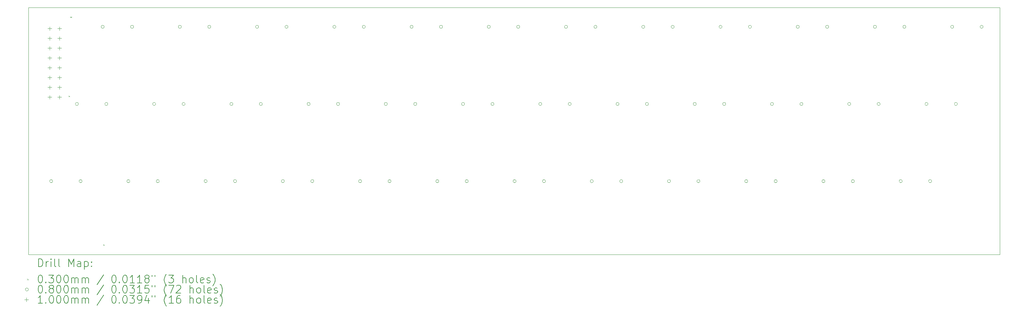
<source format=gbr>
%TF.GenerationSoftware,KiCad,Pcbnew,8.0.6*%
%TF.CreationDate,2026-02-10T22:10:20+01:00*%
%TF.ProjectId,keyboard,6b657962-6f61-4726-942e-6b696361645f,rev?*%
%TF.SameCoordinates,Original*%
%TF.FileFunction,Drillmap*%
%TF.FilePolarity,Positive*%
%FSLAX45Y45*%
G04 Gerber Fmt 4.5, Leading zero omitted, Abs format (unit mm)*
G04 Created by KiCad (PCBNEW 8.0.6) date 2026-02-10 22:10:20*
%MOMM*%
%LPD*%
G01*
G04 APERTURE LIST*
%ADD10C,0.050000*%
%ADD11C,0.200000*%
%ADD12C,0.100000*%
G04 APERTURE END LIST*
D10*
X2750000Y-3000000D02*
X27900000Y-3000000D01*
X27900000Y-9400000D01*
X2750000Y-9400000D01*
X2750000Y-3000000D01*
D11*
D12*
X3785000Y-5285000D02*
X3815000Y-5315000D01*
X3815000Y-5285000D02*
X3785000Y-5315000D01*
X3835000Y-3235000D02*
X3865000Y-3265000D01*
X3865000Y-3235000D02*
X3835000Y-3265000D01*
X4685000Y-9135000D02*
X4715000Y-9165000D01*
X4715000Y-9135000D02*
X4685000Y-9165000D01*
X3375667Y-7500000D02*
G75*
G02*
X3295667Y-7500000I-40000J0D01*
G01*
X3295667Y-7500000D02*
G75*
G02*
X3375667Y-7500000I40000J0D01*
G01*
X4042333Y-5500000D02*
G75*
G02*
X3962333Y-5500000I-40000J0D01*
G01*
X3962333Y-5500000D02*
G75*
G02*
X4042333Y-5500000I40000J0D01*
G01*
X4137667Y-7500000D02*
G75*
G02*
X4057667Y-7500000I-40000J0D01*
G01*
X4057667Y-7500000D02*
G75*
G02*
X4137667Y-7500000I40000J0D01*
G01*
X4709000Y-3500000D02*
G75*
G02*
X4629000Y-3500000I-40000J0D01*
G01*
X4629000Y-3500000D02*
G75*
G02*
X4709000Y-3500000I40000J0D01*
G01*
X4804333Y-5500000D02*
G75*
G02*
X4724333Y-5500000I-40000J0D01*
G01*
X4724333Y-5500000D02*
G75*
G02*
X4804333Y-5500000I40000J0D01*
G01*
X5375667Y-7500000D02*
G75*
G02*
X5295667Y-7500000I-40000J0D01*
G01*
X5295667Y-7500000D02*
G75*
G02*
X5375667Y-7500000I40000J0D01*
G01*
X5471000Y-3500000D02*
G75*
G02*
X5391000Y-3500000I-40000J0D01*
G01*
X5391000Y-3500000D02*
G75*
G02*
X5471000Y-3500000I40000J0D01*
G01*
X6042333Y-5500000D02*
G75*
G02*
X5962333Y-5500000I-40000J0D01*
G01*
X5962333Y-5500000D02*
G75*
G02*
X6042333Y-5500000I40000J0D01*
G01*
X6137667Y-7500000D02*
G75*
G02*
X6057667Y-7500000I-40000J0D01*
G01*
X6057667Y-7500000D02*
G75*
G02*
X6137667Y-7500000I40000J0D01*
G01*
X6709000Y-3500000D02*
G75*
G02*
X6629000Y-3500000I-40000J0D01*
G01*
X6629000Y-3500000D02*
G75*
G02*
X6709000Y-3500000I40000J0D01*
G01*
X6804333Y-5500000D02*
G75*
G02*
X6724333Y-5500000I-40000J0D01*
G01*
X6724333Y-5500000D02*
G75*
G02*
X6804333Y-5500000I40000J0D01*
G01*
X7375667Y-7500000D02*
G75*
G02*
X7295667Y-7500000I-40000J0D01*
G01*
X7295667Y-7500000D02*
G75*
G02*
X7375667Y-7500000I40000J0D01*
G01*
X7471000Y-3500000D02*
G75*
G02*
X7391000Y-3500000I-40000J0D01*
G01*
X7391000Y-3500000D02*
G75*
G02*
X7471000Y-3500000I40000J0D01*
G01*
X8042333Y-5500000D02*
G75*
G02*
X7962333Y-5500000I-40000J0D01*
G01*
X7962333Y-5500000D02*
G75*
G02*
X8042333Y-5500000I40000J0D01*
G01*
X8137667Y-7500000D02*
G75*
G02*
X8057667Y-7500000I-40000J0D01*
G01*
X8057667Y-7500000D02*
G75*
G02*
X8137667Y-7500000I40000J0D01*
G01*
X8709000Y-3500000D02*
G75*
G02*
X8629000Y-3500000I-40000J0D01*
G01*
X8629000Y-3500000D02*
G75*
G02*
X8709000Y-3500000I40000J0D01*
G01*
X8804333Y-5500000D02*
G75*
G02*
X8724333Y-5500000I-40000J0D01*
G01*
X8724333Y-5500000D02*
G75*
G02*
X8804333Y-5500000I40000J0D01*
G01*
X9375667Y-7500000D02*
G75*
G02*
X9295667Y-7500000I-40000J0D01*
G01*
X9295667Y-7500000D02*
G75*
G02*
X9375667Y-7500000I40000J0D01*
G01*
X9471000Y-3500000D02*
G75*
G02*
X9391000Y-3500000I-40000J0D01*
G01*
X9391000Y-3500000D02*
G75*
G02*
X9471000Y-3500000I40000J0D01*
G01*
X10042333Y-5500000D02*
G75*
G02*
X9962333Y-5500000I-40000J0D01*
G01*
X9962333Y-5500000D02*
G75*
G02*
X10042333Y-5500000I40000J0D01*
G01*
X10137667Y-7500000D02*
G75*
G02*
X10057667Y-7500000I-40000J0D01*
G01*
X10057667Y-7500000D02*
G75*
G02*
X10137667Y-7500000I40000J0D01*
G01*
X10709000Y-3500000D02*
G75*
G02*
X10629000Y-3500000I-40000J0D01*
G01*
X10629000Y-3500000D02*
G75*
G02*
X10709000Y-3500000I40000J0D01*
G01*
X10804333Y-5500000D02*
G75*
G02*
X10724333Y-5500000I-40000J0D01*
G01*
X10724333Y-5500000D02*
G75*
G02*
X10804333Y-5500000I40000J0D01*
G01*
X11375667Y-7500000D02*
G75*
G02*
X11295667Y-7500000I-40000J0D01*
G01*
X11295667Y-7500000D02*
G75*
G02*
X11375667Y-7500000I40000J0D01*
G01*
X11471000Y-3500000D02*
G75*
G02*
X11391000Y-3500000I-40000J0D01*
G01*
X11391000Y-3500000D02*
G75*
G02*
X11471000Y-3500000I40000J0D01*
G01*
X12042333Y-5500000D02*
G75*
G02*
X11962333Y-5500000I-40000J0D01*
G01*
X11962333Y-5500000D02*
G75*
G02*
X12042333Y-5500000I40000J0D01*
G01*
X12137667Y-7500000D02*
G75*
G02*
X12057667Y-7500000I-40000J0D01*
G01*
X12057667Y-7500000D02*
G75*
G02*
X12137667Y-7500000I40000J0D01*
G01*
X12709000Y-3500000D02*
G75*
G02*
X12629000Y-3500000I-40000J0D01*
G01*
X12629000Y-3500000D02*
G75*
G02*
X12709000Y-3500000I40000J0D01*
G01*
X12804333Y-5500000D02*
G75*
G02*
X12724333Y-5500000I-40000J0D01*
G01*
X12724333Y-5500000D02*
G75*
G02*
X12804333Y-5500000I40000J0D01*
G01*
X13375667Y-7500000D02*
G75*
G02*
X13295667Y-7500000I-40000J0D01*
G01*
X13295667Y-7500000D02*
G75*
G02*
X13375667Y-7500000I40000J0D01*
G01*
X13471000Y-3500000D02*
G75*
G02*
X13391000Y-3500000I-40000J0D01*
G01*
X13391000Y-3500000D02*
G75*
G02*
X13471000Y-3500000I40000J0D01*
G01*
X14042333Y-5500000D02*
G75*
G02*
X13962333Y-5500000I-40000J0D01*
G01*
X13962333Y-5500000D02*
G75*
G02*
X14042333Y-5500000I40000J0D01*
G01*
X14137667Y-7500000D02*
G75*
G02*
X14057667Y-7500000I-40000J0D01*
G01*
X14057667Y-7500000D02*
G75*
G02*
X14137667Y-7500000I40000J0D01*
G01*
X14709000Y-3500000D02*
G75*
G02*
X14629000Y-3500000I-40000J0D01*
G01*
X14629000Y-3500000D02*
G75*
G02*
X14709000Y-3500000I40000J0D01*
G01*
X14804333Y-5500000D02*
G75*
G02*
X14724333Y-5500000I-40000J0D01*
G01*
X14724333Y-5500000D02*
G75*
G02*
X14804333Y-5500000I40000J0D01*
G01*
X15375667Y-7500000D02*
G75*
G02*
X15295667Y-7500000I-40000J0D01*
G01*
X15295667Y-7500000D02*
G75*
G02*
X15375667Y-7500000I40000J0D01*
G01*
X15471000Y-3500000D02*
G75*
G02*
X15391000Y-3500000I-40000J0D01*
G01*
X15391000Y-3500000D02*
G75*
G02*
X15471000Y-3500000I40000J0D01*
G01*
X16042333Y-5500000D02*
G75*
G02*
X15962333Y-5500000I-40000J0D01*
G01*
X15962333Y-5500000D02*
G75*
G02*
X16042333Y-5500000I40000J0D01*
G01*
X16137667Y-7500000D02*
G75*
G02*
X16057667Y-7500000I-40000J0D01*
G01*
X16057667Y-7500000D02*
G75*
G02*
X16137667Y-7500000I40000J0D01*
G01*
X16709000Y-3500000D02*
G75*
G02*
X16629000Y-3500000I-40000J0D01*
G01*
X16629000Y-3500000D02*
G75*
G02*
X16709000Y-3500000I40000J0D01*
G01*
X16804333Y-5500000D02*
G75*
G02*
X16724333Y-5500000I-40000J0D01*
G01*
X16724333Y-5500000D02*
G75*
G02*
X16804333Y-5500000I40000J0D01*
G01*
X17375667Y-7500000D02*
G75*
G02*
X17295667Y-7500000I-40000J0D01*
G01*
X17295667Y-7500000D02*
G75*
G02*
X17375667Y-7500000I40000J0D01*
G01*
X17471000Y-3500000D02*
G75*
G02*
X17391000Y-3500000I-40000J0D01*
G01*
X17391000Y-3500000D02*
G75*
G02*
X17471000Y-3500000I40000J0D01*
G01*
X18042333Y-5500000D02*
G75*
G02*
X17962333Y-5500000I-40000J0D01*
G01*
X17962333Y-5500000D02*
G75*
G02*
X18042333Y-5500000I40000J0D01*
G01*
X18137667Y-7500000D02*
G75*
G02*
X18057667Y-7500000I-40000J0D01*
G01*
X18057667Y-7500000D02*
G75*
G02*
X18137667Y-7500000I40000J0D01*
G01*
X18709000Y-3500000D02*
G75*
G02*
X18629000Y-3500000I-40000J0D01*
G01*
X18629000Y-3500000D02*
G75*
G02*
X18709000Y-3500000I40000J0D01*
G01*
X18804333Y-5500000D02*
G75*
G02*
X18724333Y-5500000I-40000J0D01*
G01*
X18724333Y-5500000D02*
G75*
G02*
X18804333Y-5500000I40000J0D01*
G01*
X19375667Y-7500000D02*
G75*
G02*
X19295667Y-7500000I-40000J0D01*
G01*
X19295667Y-7500000D02*
G75*
G02*
X19375667Y-7500000I40000J0D01*
G01*
X19471000Y-3500000D02*
G75*
G02*
X19391000Y-3500000I-40000J0D01*
G01*
X19391000Y-3500000D02*
G75*
G02*
X19471000Y-3500000I40000J0D01*
G01*
X20042333Y-5500000D02*
G75*
G02*
X19962333Y-5500000I-40000J0D01*
G01*
X19962333Y-5500000D02*
G75*
G02*
X20042333Y-5500000I40000J0D01*
G01*
X20137667Y-7500000D02*
G75*
G02*
X20057667Y-7500000I-40000J0D01*
G01*
X20057667Y-7500000D02*
G75*
G02*
X20137667Y-7500000I40000J0D01*
G01*
X20709000Y-3500000D02*
G75*
G02*
X20629000Y-3500000I-40000J0D01*
G01*
X20629000Y-3500000D02*
G75*
G02*
X20709000Y-3500000I40000J0D01*
G01*
X20804333Y-5500000D02*
G75*
G02*
X20724333Y-5500000I-40000J0D01*
G01*
X20724333Y-5500000D02*
G75*
G02*
X20804333Y-5500000I40000J0D01*
G01*
X21375667Y-7500000D02*
G75*
G02*
X21295667Y-7500000I-40000J0D01*
G01*
X21295667Y-7500000D02*
G75*
G02*
X21375667Y-7500000I40000J0D01*
G01*
X21471000Y-3500000D02*
G75*
G02*
X21391000Y-3500000I-40000J0D01*
G01*
X21391000Y-3500000D02*
G75*
G02*
X21471000Y-3500000I40000J0D01*
G01*
X22042333Y-5500000D02*
G75*
G02*
X21962333Y-5500000I-40000J0D01*
G01*
X21962333Y-5500000D02*
G75*
G02*
X22042333Y-5500000I40000J0D01*
G01*
X22137667Y-7500000D02*
G75*
G02*
X22057667Y-7500000I-40000J0D01*
G01*
X22057667Y-7500000D02*
G75*
G02*
X22137667Y-7500000I40000J0D01*
G01*
X22709000Y-3500000D02*
G75*
G02*
X22629000Y-3500000I-40000J0D01*
G01*
X22629000Y-3500000D02*
G75*
G02*
X22709000Y-3500000I40000J0D01*
G01*
X22804333Y-5500000D02*
G75*
G02*
X22724333Y-5500000I-40000J0D01*
G01*
X22724333Y-5500000D02*
G75*
G02*
X22804333Y-5500000I40000J0D01*
G01*
X23375667Y-7500000D02*
G75*
G02*
X23295667Y-7500000I-40000J0D01*
G01*
X23295667Y-7500000D02*
G75*
G02*
X23375667Y-7500000I40000J0D01*
G01*
X23471000Y-3500000D02*
G75*
G02*
X23391000Y-3500000I-40000J0D01*
G01*
X23391000Y-3500000D02*
G75*
G02*
X23471000Y-3500000I40000J0D01*
G01*
X24042333Y-5500000D02*
G75*
G02*
X23962333Y-5500000I-40000J0D01*
G01*
X23962333Y-5500000D02*
G75*
G02*
X24042333Y-5500000I40000J0D01*
G01*
X24137667Y-7500000D02*
G75*
G02*
X24057667Y-7500000I-40000J0D01*
G01*
X24057667Y-7500000D02*
G75*
G02*
X24137667Y-7500000I40000J0D01*
G01*
X24709000Y-3500000D02*
G75*
G02*
X24629000Y-3500000I-40000J0D01*
G01*
X24629000Y-3500000D02*
G75*
G02*
X24709000Y-3500000I40000J0D01*
G01*
X24804333Y-5500000D02*
G75*
G02*
X24724333Y-5500000I-40000J0D01*
G01*
X24724333Y-5500000D02*
G75*
G02*
X24804333Y-5500000I40000J0D01*
G01*
X25375667Y-7500000D02*
G75*
G02*
X25295667Y-7500000I-40000J0D01*
G01*
X25295667Y-7500000D02*
G75*
G02*
X25375667Y-7500000I40000J0D01*
G01*
X25471000Y-3500000D02*
G75*
G02*
X25391000Y-3500000I-40000J0D01*
G01*
X25391000Y-3500000D02*
G75*
G02*
X25471000Y-3500000I40000J0D01*
G01*
X26042333Y-5500000D02*
G75*
G02*
X25962333Y-5500000I-40000J0D01*
G01*
X25962333Y-5500000D02*
G75*
G02*
X26042333Y-5500000I40000J0D01*
G01*
X26137667Y-7500000D02*
G75*
G02*
X26057667Y-7500000I-40000J0D01*
G01*
X26057667Y-7500000D02*
G75*
G02*
X26137667Y-7500000I40000J0D01*
G01*
X26709000Y-3500000D02*
G75*
G02*
X26629000Y-3500000I-40000J0D01*
G01*
X26629000Y-3500000D02*
G75*
G02*
X26709000Y-3500000I40000J0D01*
G01*
X26804333Y-5500000D02*
G75*
G02*
X26724333Y-5500000I-40000J0D01*
G01*
X26724333Y-5500000D02*
G75*
G02*
X26804333Y-5500000I40000J0D01*
G01*
X27471000Y-3500000D02*
G75*
G02*
X27391000Y-3500000I-40000J0D01*
G01*
X27391000Y-3500000D02*
G75*
G02*
X27471000Y-3500000I40000J0D01*
G01*
X3296000Y-3496000D02*
X3296000Y-3596000D01*
X3246000Y-3546000D02*
X3346000Y-3546000D01*
X3296000Y-3750000D02*
X3296000Y-3850000D01*
X3246000Y-3800000D02*
X3346000Y-3800000D01*
X3296000Y-4004000D02*
X3296000Y-4104000D01*
X3246000Y-4054000D02*
X3346000Y-4054000D01*
X3296000Y-4258000D02*
X3296000Y-4358000D01*
X3246000Y-4308000D02*
X3346000Y-4308000D01*
X3296000Y-4512000D02*
X3296000Y-4612000D01*
X3246000Y-4562000D02*
X3346000Y-4562000D01*
X3296000Y-4766000D02*
X3296000Y-4866000D01*
X3246000Y-4816000D02*
X3346000Y-4816000D01*
X3296000Y-5020000D02*
X3296000Y-5120000D01*
X3246000Y-5070000D02*
X3346000Y-5070000D01*
X3296000Y-5274000D02*
X3296000Y-5374000D01*
X3246000Y-5324000D02*
X3346000Y-5324000D01*
X3550000Y-3496000D02*
X3550000Y-3596000D01*
X3500000Y-3546000D02*
X3600000Y-3546000D01*
X3550000Y-3750000D02*
X3550000Y-3850000D01*
X3500000Y-3800000D02*
X3600000Y-3800000D01*
X3550000Y-4004000D02*
X3550000Y-4104000D01*
X3500000Y-4054000D02*
X3600000Y-4054000D01*
X3550000Y-4258000D02*
X3550000Y-4358000D01*
X3500000Y-4308000D02*
X3600000Y-4308000D01*
X3550000Y-4512000D02*
X3550000Y-4612000D01*
X3500000Y-4562000D02*
X3600000Y-4562000D01*
X3550000Y-4766000D02*
X3550000Y-4866000D01*
X3500000Y-4816000D02*
X3600000Y-4816000D01*
X3550000Y-5020000D02*
X3550000Y-5120000D01*
X3500000Y-5070000D02*
X3600000Y-5070000D01*
X3550000Y-5274000D02*
X3550000Y-5374000D01*
X3500000Y-5324000D02*
X3600000Y-5324000D01*
D11*
X3008277Y-9713984D02*
X3008277Y-9513984D01*
X3008277Y-9513984D02*
X3055896Y-9513984D01*
X3055896Y-9513984D02*
X3084467Y-9523508D01*
X3084467Y-9523508D02*
X3103515Y-9542555D01*
X3103515Y-9542555D02*
X3113039Y-9561603D01*
X3113039Y-9561603D02*
X3122562Y-9599698D01*
X3122562Y-9599698D02*
X3122562Y-9628270D01*
X3122562Y-9628270D02*
X3113039Y-9666365D01*
X3113039Y-9666365D02*
X3103515Y-9685412D01*
X3103515Y-9685412D02*
X3084467Y-9704460D01*
X3084467Y-9704460D02*
X3055896Y-9713984D01*
X3055896Y-9713984D02*
X3008277Y-9713984D01*
X3208277Y-9713984D02*
X3208277Y-9580650D01*
X3208277Y-9618746D02*
X3217801Y-9599698D01*
X3217801Y-9599698D02*
X3227324Y-9590174D01*
X3227324Y-9590174D02*
X3246372Y-9580650D01*
X3246372Y-9580650D02*
X3265420Y-9580650D01*
X3332086Y-9713984D02*
X3332086Y-9580650D01*
X3332086Y-9513984D02*
X3322562Y-9523508D01*
X3322562Y-9523508D02*
X3332086Y-9533031D01*
X3332086Y-9533031D02*
X3341610Y-9523508D01*
X3341610Y-9523508D02*
X3332086Y-9513984D01*
X3332086Y-9513984D02*
X3332086Y-9533031D01*
X3455896Y-9713984D02*
X3436848Y-9704460D01*
X3436848Y-9704460D02*
X3427324Y-9685412D01*
X3427324Y-9685412D02*
X3427324Y-9513984D01*
X3560658Y-9713984D02*
X3541610Y-9704460D01*
X3541610Y-9704460D02*
X3532086Y-9685412D01*
X3532086Y-9685412D02*
X3532086Y-9513984D01*
X3789229Y-9713984D02*
X3789229Y-9513984D01*
X3789229Y-9513984D02*
X3855896Y-9656841D01*
X3855896Y-9656841D02*
X3922562Y-9513984D01*
X3922562Y-9513984D02*
X3922562Y-9713984D01*
X4103515Y-9713984D02*
X4103515Y-9609222D01*
X4103515Y-9609222D02*
X4093991Y-9590174D01*
X4093991Y-9590174D02*
X4074943Y-9580650D01*
X4074943Y-9580650D02*
X4036848Y-9580650D01*
X4036848Y-9580650D02*
X4017801Y-9590174D01*
X4103515Y-9704460D02*
X4084467Y-9713984D01*
X4084467Y-9713984D02*
X4036848Y-9713984D01*
X4036848Y-9713984D02*
X4017801Y-9704460D01*
X4017801Y-9704460D02*
X4008277Y-9685412D01*
X4008277Y-9685412D02*
X4008277Y-9666365D01*
X4008277Y-9666365D02*
X4017801Y-9647317D01*
X4017801Y-9647317D02*
X4036848Y-9637793D01*
X4036848Y-9637793D02*
X4084467Y-9637793D01*
X4084467Y-9637793D02*
X4103515Y-9628270D01*
X4198753Y-9580650D02*
X4198753Y-9780650D01*
X4198753Y-9590174D02*
X4217801Y-9580650D01*
X4217801Y-9580650D02*
X4255896Y-9580650D01*
X4255896Y-9580650D02*
X4274944Y-9590174D01*
X4274944Y-9590174D02*
X4284467Y-9599698D01*
X4284467Y-9599698D02*
X4293991Y-9618746D01*
X4293991Y-9618746D02*
X4293991Y-9675889D01*
X4293991Y-9675889D02*
X4284467Y-9694936D01*
X4284467Y-9694936D02*
X4274944Y-9704460D01*
X4274944Y-9704460D02*
X4255896Y-9713984D01*
X4255896Y-9713984D02*
X4217801Y-9713984D01*
X4217801Y-9713984D02*
X4198753Y-9704460D01*
X4379705Y-9694936D02*
X4389229Y-9704460D01*
X4389229Y-9704460D02*
X4379705Y-9713984D01*
X4379705Y-9713984D02*
X4370182Y-9704460D01*
X4370182Y-9704460D02*
X4379705Y-9694936D01*
X4379705Y-9694936D02*
X4379705Y-9713984D01*
X4379705Y-9590174D02*
X4389229Y-9599698D01*
X4389229Y-9599698D02*
X4379705Y-9609222D01*
X4379705Y-9609222D02*
X4370182Y-9599698D01*
X4370182Y-9599698D02*
X4379705Y-9590174D01*
X4379705Y-9590174D02*
X4379705Y-9609222D01*
D12*
X2717500Y-10027500D02*
X2747500Y-10057500D01*
X2747500Y-10027500D02*
X2717500Y-10057500D01*
D11*
X3046372Y-9933984D02*
X3065420Y-9933984D01*
X3065420Y-9933984D02*
X3084467Y-9943508D01*
X3084467Y-9943508D02*
X3093991Y-9953031D01*
X3093991Y-9953031D02*
X3103515Y-9972079D01*
X3103515Y-9972079D02*
X3113039Y-10010174D01*
X3113039Y-10010174D02*
X3113039Y-10057793D01*
X3113039Y-10057793D02*
X3103515Y-10095889D01*
X3103515Y-10095889D02*
X3093991Y-10114936D01*
X3093991Y-10114936D02*
X3084467Y-10124460D01*
X3084467Y-10124460D02*
X3065420Y-10133984D01*
X3065420Y-10133984D02*
X3046372Y-10133984D01*
X3046372Y-10133984D02*
X3027324Y-10124460D01*
X3027324Y-10124460D02*
X3017801Y-10114936D01*
X3017801Y-10114936D02*
X3008277Y-10095889D01*
X3008277Y-10095889D02*
X2998753Y-10057793D01*
X2998753Y-10057793D02*
X2998753Y-10010174D01*
X2998753Y-10010174D02*
X3008277Y-9972079D01*
X3008277Y-9972079D02*
X3017801Y-9953031D01*
X3017801Y-9953031D02*
X3027324Y-9943508D01*
X3027324Y-9943508D02*
X3046372Y-9933984D01*
X3198753Y-10114936D02*
X3208277Y-10124460D01*
X3208277Y-10124460D02*
X3198753Y-10133984D01*
X3198753Y-10133984D02*
X3189229Y-10124460D01*
X3189229Y-10124460D02*
X3198753Y-10114936D01*
X3198753Y-10114936D02*
X3198753Y-10133984D01*
X3274943Y-9933984D02*
X3398753Y-9933984D01*
X3398753Y-9933984D02*
X3332086Y-10010174D01*
X3332086Y-10010174D02*
X3360658Y-10010174D01*
X3360658Y-10010174D02*
X3379705Y-10019698D01*
X3379705Y-10019698D02*
X3389229Y-10029222D01*
X3389229Y-10029222D02*
X3398753Y-10048270D01*
X3398753Y-10048270D02*
X3398753Y-10095889D01*
X3398753Y-10095889D02*
X3389229Y-10114936D01*
X3389229Y-10114936D02*
X3379705Y-10124460D01*
X3379705Y-10124460D02*
X3360658Y-10133984D01*
X3360658Y-10133984D02*
X3303515Y-10133984D01*
X3303515Y-10133984D02*
X3284467Y-10124460D01*
X3284467Y-10124460D02*
X3274943Y-10114936D01*
X3522562Y-9933984D02*
X3541610Y-9933984D01*
X3541610Y-9933984D02*
X3560658Y-9943508D01*
X3560658Y-9943508D02*
X3570182Y-9953031D01*
X3570182Y-9953031D02*
X3579705Y-9972079D01*
X3579705Y-9972079D02*
X3589229Y-10010174D01*
X3589229Y-10010174D02*
X3589229Y-10057793D01*
X3589229Y-10057793D02*
X3579705Y-10095889D01*
X3579705Y-10095889D02*
X3570182Y-10114936D01*
X3570182Y-10114936D02*
X3560658Y-10124460D01*
X3560658Y-10124460D02*
X3541610Y-10133984D01*
X3541610Y-10133984D02*
X3522562Y-10133984D01*
X3522562Y-10133984D02*
X3503515Y-10124460D01*
X3503515Y-10124460D02*
X3493991Y-10114936D01*
X3493991Y-10114936D02*
X3484467Y-10095889D01*
X3484467Y-10095889D02*
X3474943Y-10057793D01*
X3474943Y-10057793D02*
X3474943Y-10010174D01*
X3474943Y-10010174D02*
X3484467Y-9972079D01*
X3484467Y-9972079D02*
X3493991Y-9953031D01*
X3493991Y-9953031D02*
X3503515Y-9943508D01*
X3503515Y-9943508D02*
X3522562Y-9933984D01*
X3713039Y-9933984D02*
X3732086Y-9933984D01*
X3732086Y-9933984D02*
X3751134Y-9943508D01*
X3751134Y-9943508D02*
X3760658Y-9953031D01*
X3760658Y-9953031D02*
X3770182Y-9972079D01*
X3770182Y-9972079D02*
X3779705Y-10010174D01*
X3779705Y-10010174D02*
X3779705Y-10057793D01*
X3779705Y-10057793D02*
X3770182Y-10095889D01*
X3770182Y-10095889D02*
X3760658Y-10114936D01*
X3760658Y-10114936D02*
X3751134Y-10124460D01*
X3751134Y-10124460D02*
X3732086Y-10133984D01*
X3732086Y-10133984D02*
X3713039Y-10133984D01*
X3713039Y-10133984D02*
X3693991Y-10124460D01*
X3693991Y-10124460D02*
X3684467Y-10114936D01*
X3684467Y-10114936D02*
X3674943Y-10095889D01*
X3674943Y-10095889D02*
X3665420Y-10057793D01*
X3665420Y-10057793D02*
X3665420Y-10010174D01*
X3665420Y-10010174D02*
X3674943Y-9972079D01*
X3674943Y-9972079D02*
X3684467Y-9953031D01*
X3684467Y-9953031D02*
X3693991Y-9943508D01*
X3693991Y-9943508D02*
X3713039Y-9933984D01*
X3865420Y-10133984D02*
X3865420Y-10000650D01*
X3865420Y-10019698D02*
X3874943Y-10010174D01*
X3874943Y-10010174D02*
X3893991Y-10000650D01*
X3893991Y-10000650D02*
X3922563Y-10000650D01*
X3922563Y-10000650D02*
X3941610Y-10010174D01*
X3941610Y-10010174D02*
X3951134Y-10029222D01*
X3951134Y-10029222D02*
X3951134Y-10133984D01*
X3951134Y-10029222D02*
X3960658Y-10010174D01*
X3960658Y-10010174D02*
X3979705Y-10000650D01*
X3979705Y-10000650D02*
X4008277Y-10000650D01*
X4008277Y-10000650D02*
X4027324Y-10010174D01*
X4027324Y-10010174D02*
X4036848Y-10029222D01*
X4036848Y-10029222D02*
X4036848Y-10133984D01*
X4132086Y-10133984D02*
X4132086Y-10000650D01*
X4132086Y-10019698D02*
X4141610Y-10010174D01*
X4141610Y-10010174D02*
X4160658Y-10000650D01*
X4160658Y-10000650D02*
X4189229Y-10000650D01*
X4189229Y-10000650D02*
X4208277Y-10010174D01*
X4208277Y-10010174D02*
X4217801Y-10029222D01*
X4217801Y-10029222D02*
X4217801Y-10133984D01*
X4217801Y-10029222D02*
X4227325Y-10010174D01*
X4227325Y-10010174D02*
X4246372Y-10000650D01*
X4246372Y-10000650D02*
X4274944Y-10000650D01*
X4274944Y-10000650D02*
X4293991Y-10010174D01*
X4293991Y-10010174D02*
X4303515Y-10029222D01*
X4303515Y-10029222D02*
X4303515Y-10133984D01*
X4693991Y-9924460D02*
X4522563Y-10181603D01*
X4951134Y-9933984D02*
X4970182Y-9933984D01*
X4970182Y-9933984D02*
X4989229Y-9943508D01*
X4989229Y-9943508D02*
X4998753Y-9953031D01*
X4998753Y-9953031D02*
X5008277Y-9972079D01*
X5008277Y-9972079D02*
X5017801Y-10010174D01*
X5017801Y-10010174D02*
X5017801Y-10057793D01*
X5017801Y-10057793D02*
X5008277Y-10095889D01*
X5008277Y-10095889D02*
X4998753Y-10114936D01*
X4998753Y-10114936D02*
X4989229Y-10124460D01*
X4989229Y-10124460D02*
X4970182Y-10133984D01*
X4970182Y-10133984D02*
X4951134Y-10133984D01*
X4951134Y-10133984D02*
X4932087Y-10124460D01*
X4932087Y-10124460D02*
X4922563Y-10114936D01*
X4922563Y-10114936D02*
X4913039Y-10095889D01*
X4913039Y-10095889D02*
X4903515Y-10057793D01*
X4903515Y-10057793D02*
X4903515Y-10010174D01*
X4903515Y-10010174D02*
X4913039Y-9972079D01*
X4913039Y-9972079D02*
X4922563Y-9953031D01*
X4922563Y-9953031D02*
X4932087Y-9943508D01*
X4932087Y-9943508D02*
X4951134Y-9933984D01*
X5103515Y-10114936D02*
X5113039Y-10124460D01*
X5113039Y-10124460D02*
X5103515Y-10133984D01*
X5103515Y-10133984D02*
X5093991Y-10124460D01*
X5093991Y-10124460D02*
X5103515Y-10114936D01*
X5103515Y-10114936D02*
X5103515Y-10133984D01*
X5236848Y-9933984D02*
X5255896Y-9933984D01*
X5255896Y-9933984D02*
X5274944Y-9943508D01*
X5274944Y-9943508D02*
X5284468Y-9953031D01*
X5284468Y-9953031D02*
X5293991Y-9972079D01*
X5293991Y-9972079D02*
X5303515Y-10010174D01*
X5303515Y-10010174D02*
X5303515Y-10057793D01*
X5303515Y-10057793D02*
X5293991Y-10095889D01*
X5293991Y-10095889D02*
X5284468Y-10114936D01*
X5284468Y-10114936D02*
X5274944Y-10124460D01*
X5274944Y-10124460D02*
X5255896Y-10133984D01*
X5255896Y-10133984D02*
X5236848Y-10133984D01*
X5236848Y-10133984D02*
X5217801Y-10124460D01*
X5217801Y-10124460D02*
X5208277Y-10114936D01*
X5208277Y-10114936D02*
X5198753Y-10095889D01*
X5198753Y-10095889D02*
X5189229Y-10057793D01*
X5189229Y-10057793D02*
X5189229Y-10010174D01*
X5189229Y-10010174D02*
X5198753Y-9972079D01*
X5198753Y-9972079D02*
X5208277Y-9953031D01*
X5208277Y-9953031D02*
X5217801Y-9943508D01*
X5217801Y-9943508D02*
X5236848Y-9933984D01*
X5493991Y-10133984D02*
X5379706Y-10133984D01*
X5436848Y-10133984D02*
X5436848Y-9933984D01*
X5436848Y-9933984D02*
X5417801Y-9962555D01*
X5417801Y-9962555D02*
X5398753Y-9981603D01*
X5398753Y-9981603D02*
X5379706Y-9991127D01*
X5684467Y-10133984D02*
X5570182Y-10133984D01*
X5627325Y-10133984D02*
X5627325Y-9933984D01*
X5627325Y-9933984D02*
X5608277Y-9962555D01*
X5608277Y-9962555D02*
X5589229Y-9981603D01*
X5589229Y-9981603D02*
X5570182Y-9991127D01*
X5798753Y-10019698D02*
X5779706Y-10010174D01*
X5779706Y-10010174D02*
X5770182Y-10000650D01*
X5770182Y-10000650D02*
X5760658Y-9981603D01*
X5760658Y-9981603D02*
X5760658Y-9972079D01*
X5760658Y-9972079D02*
X5770182Y-9953031D01*
X5770182Y-9953031D02*
X5779706Y-9943508D01*
X5779706Y-9943508D02*
X5798753Y-9933984D01*
X5798753Y-9933984D02*
X5836848Y-9933984D01*
X5836848Y-9933984D02*
X5855896Y-9943508D01*
X5855896Y-9943508D02*
X5865420Y-9953031D01*
X5865420Y-9953031D02*
X5874944Y-9972079D01*
X5874944Y-9972079D02*
X5874944Y-9981603D01*
X5874944Y-9981603D02*
X5865420Y-10000650D01*
X5865420Y-10000650D02*
X5855896Y-10010174D01*
X5855896Y-10010174D02*
X5836848Y-10019698D01*
X5836848Y-10019698D02*
X5798753Y-10019698D01*
X5798753Y-10019698D02*
X5779706Y-10029222D01*
X5779706Y-10029222D02*
X5770182Y-10038746D01*
X5770182Y-10038746D02*
X5760658Y-10057793D01*
X5760658Y-10057793D02*
X5760658Y-10095889D01*
X5760658Y-10095889D02*
X5770182Y-10114936D01*
X5770182Y-10114936D02*
X5779706Y-10124460D01*
X5779706Y-10124460D02*
X5798753Y-10133984D01*
X5798753Y-10133984D02*
X5836848Y-10133984D01*
X5836848Y-10133984D02*
X5855896Y-10124460D01*
X5855896Y-10124460D02*
X5865420Y-10114936D01*
X5865420Y-10114936D02*
X5874944Y-10095889D01*
X5874944Y-10095889D02*
X5874944Y-10057793D01*
X5874944Y-10057793D02*
X5865420Y-10038746D01*
X5865420Y-10038746D02*
X5855896Y-10029222D01*
X5855896Y-10029222D02*
X5836848Y-10019698D01*
X5951134Y-9933984D02*
X5951134Y-9972079D01*
X6027325Y-9933984D02*
X6027325Y-9972079D01*
X6322563Y-10210174D02*
X6313039Y-10200650D01*
X6313039Y-10200650D02*
X6293991Y-10172079D01*
X6293991Y-10172079D02*
X6284468Y-10153031D01*
X6284468Y-10153031D02*
X6274944Y-10124460D01*
X6274944Y-10124460D02*
X6265420Y-10076841D01*
X6265420Y-10076841D02*
X6265420Y-10038746D01*
X6265420Y-10038746D02*
X6274944Y-9991127D01*
X6274944Y-9991127D02*
X6284468Y-9962555D01*
X6284468Y-9962555D02*
X6293991Y-9943508D01*
X6293991Y-9943508D02*
X6313039Y-9914936D01*
X6313039Y-9914936D02*
X6322563Y-9905412D01*
X6379706Y-9933984D02*
X6503515Y-9933984D01*
X6503515Y-9933984D02*
X6436848Y-10010174D01*
X6436848Y-10010174D02*
X6465420Y-10010174D01*
X6465420Y-10010174D02*
X6484468Y-10019698D01*
X6484468Y-10019698D02*
X6493991Y-10029222D01*
X6493991Y-10029222D02*
X6503515Y-10048270D01*
X6503515Y-10048270D02*
X6503515Y-10095889D01*
X6503515Y-10095889D02*
X6493991Y-10114936D01*
X6493991Y-10114936D02*
X6484468Y-10124460D01*
X6484468Y-10124460D02*
X6465420Y-10133984D01*
X6465420Y-10133984D02*
X6408277Y-10133984D01*
X6408277Y-10133984D02*
X6389229Y-10124460D01*
X6389229Y-10124460D02*
X6379706Y-10114936D01*
X6741610Y-10133984D02*
X6741610Y-9933984D01*
X6827325Y-10133984D02*
X6827325Y-10029222D01*
X6827325Y-10029222D02*
X6817801Y-10010174D01*
X6817801Y-10010174D02*
X6798753Y-10000650D01*
X6798753Y-10000650D02*
X6770182Y-10000650D01*
X6770182Y-10000650D02*
X6751134Y-10010174D01*
X6751134Y-10010174D02*
X6741610Y-10019698D01*
X6951134Y-10133984D02*
X6932087Y-10124460D01*
X6932087Y-10124460D02*
X6922563Y-10114936D01*
X6922563Y-10114936D02*
X6913039Y-10095889D01*
X6913039Y-10095889D02*
X6913039Y-10038746D01*
X6913039Y-10038746D02*
X6922563Y-10019698D01*
X6922563Y-10019698D02*
X6932087Y-10010174D01*
X6932087Y-10010174D02*
X6951134Y-10000650D01*
X6951134Y-10000650D02*
X6979706Y-10000650D01*
X6979706Y-10000650D02*
X6998753Y-10010174D01*
X6998753Y-10010174D02*
X7008277Y-10019698D01*
X7008277Y-10019698D02*
X7017801Y-10038746D01*
X7017801Y-10038746D02*
X7017801Y-10095889D01*
X7017801Y-10095889D02*
X7008277Y-10114936D01*
X7008277Y-10114936D02*
X6998753Y-10124460D01*
X6998753Y-10124460D02*
X6979706Y-10133984D01*
X6979706Y-10133984D02*
X6951134Y-10133984D01*
X7132087Y-10133984D02*
X7113039Y-10124460D01*
X7113039Y-10124460D02*
X7103515Y-10105412D01*
X7103515Y-10105412D02*
X7103515Y-9933984D01*
X7284468Y-10124460D02*
X7265420Y-10133984D01*
X7265420Y-10133984D02*
X7227325Y-10133984D01*
X7227325Y-10133984D02*
X7208277Y-10124460D01*
X7208277Y-10124460D02*
X7198753Y-10105412D01*
X7198753Y-10105412D02*
X7198753Y-10029222D01*
X7198753Y-10029222D02*
X7208277Y-10010174D01*
X7208277Y-10010174D02*
X7227325Y-10000650D01*
X7227325Y-10000650D02*
X7265420Y-10000650D01*
X7265420Y-10000650D02*
X7284468Y-10010174D01*
X7284468Y-10010174D02*
X7293991Y-10029222D01*
X7293991Y-10029222D02*
X7293991Y-10048270D01*
X7293991Y-10048270D02*
X7198753Y-10067317D01*
X7370182Y-10124460D02*
X7389230Y-10133984D01*
X7389230Y-10133984D02*
X7427325Y-10133984D01*
X7427325Y-10133984D02*
X7446372Y-10124460D01*
X7446372Y-10124460D02*
X7455896Y-10105412D01*
X7455896Y-10105412D02*
X7455896Y-10095889D01*
X7455896Y-10095889D02*
X7446372Y-10076841D01*
X7446372Y-10076841D02*
X7427325Y-10067317D01*
X7427325Y-10067317D02*
X7398753Y-10067317D01*
X7398753Y-10067317D02*
X7379706Y-10057793D01*
X7379706Y-10057793D02*
X7370182Y-10038746D01*
X7370182Y-10038746D02*
X7370182Y-10029222D01*
X7370182Y-10029222D02*
X7379706Y-10010174D01*
X7379706Y-10010174D02*
X7398753Y-10000650D01*
X7398753Y-10000650D02*
X7427325Y-10000650D01*
X7427325Y-10000650D02*
X7446372Y-10010174D01*
X7522563Y-10210174D02*
X7532087Y-10200650D01*
X7532087Y-10200650D02*
X7551134Y-10172079D01*
X7551134Y-10172079D02*
X7560658Y-10153031D01*
X7560658Y-10153031D02*
X7570182Y-10124460D01*
X7570182Y-10124460D02*
X7579706Y-10076841D01*
X7579706Y-10076841D02*
X7579706Y-10038746D01*
X7579706Y-10038746D02*
X7570182Y-9991127D01*
X7570182Y-9991127D02*
X7560658Y-9962555D01*
X7560658Y-9962555D02*
X7551134Y-9943508D01*
X7551134Y-9943508D02*
X7532087Y-9914936D01*
X7532087Y-9914936D02*
X7522563Y-9905412D01*
D12*
X2747500Y-10306500D02*
G75*
G02*
X2667500Y-10306500I-40000J0D01*
G01*
X2667500Y-10306500D02*
G75*
G02*
X2747500Y-10306500I40000J0D01*
G01*
D11*
X3046372Y-10197984D02*
X3065420Y-10197984D01*
X3065420Y-10197984D02*
X3084467Y-10207508D01*
X3084467Y-10207508D02*
X3093991Y-10217031D01*
X3093991Y-10217031D02*
X3103515Y-10236079D01*
X3103515Y-10236079D02*
X3113039Y-10274174D01*
X3113039Y-10274174D02*
X3113039Y-10321793D01*
X3113039Y-10321793D02*
X3103515Y-10359889D01*
X3103515Y-10359889D02*
X3093991Y-10378936D01*
X3093991Y-10378936D02*
X3084467Y-10388460D01*
X3084467Y-10388460D02*
X3065420Y-10397984D01*
X3065420Y-10397984D02*
X3046372Y-10397984D01*
X3046372Y-10397984D02*
X3027324Y-10388460D01*
X3027324Y-10388460D02*
X3017801Y-10378936D01*
X3017801Y-10378936D02*
X3008277Y-10359889D01*
X3008277Y-10359889D02*
X2998753Y-10321793D01*
X2998753Y-10321793D02*
X2998753Y-10274174D01*
X2998753Y-10274174D02*
X3008277Y-10236079D01*
X3008277Y-10236079D02*
X3017801Y-10217031D01*
X3017801Y-10217031D02*
X3027324Y-10207508D01*
X3027324Y-10207508D02*
X3046372Y-10197984D01*
X3198753Y-10378936D02*
X3208277Y-10388460D01*
X3208277Y-10388460D02*
X3198753Y-10397984D01*
X3198753Y-10397984D02*
X3189229Y-10388460D01*
X3189229Y-10388460D02*
X3198753Y-10378936D01*
X3198753Y-10378936D02*
X3198753Y-10397984D01*
X3322562Y-10283698D02*
X3303515Y-10274174D01*
X3303515Y-10274174D02*
X3293991Y-10264650D01*
X3293991Y-10264650D02*
X3284467Y-10245603D01*
X3284467Y-10245603D02*
X3284467Y-10236079D01*
X3284467Y-10236079D02*
X3293991Y-10217031D01*
X3293991Y-10217031D02*
X3303515Y-10207508D01*
X3303515Y-10207508D02*
X3322562Y-10197984D01*
X3322562Y-10197984D02*
X3360658Y-10197984D01*
X3360658Y-10197984D02*
X3379705Y-10207508D01*
X3379705Y-10207508D02*
X3389229Y-10217031D01*
X3389229Y-10217031D02*
X3398753Y-10236079D01*
X3398753Y-10236079D02*
X3398753Y-10245603D01*
X3398753Y-10245603D02*
X3389229Y-10264650D01*
X3389229Y-10264650D02*
X3379705Y-10274174D01*
X3379705Y-10274174D02*
X3360658Y-10283698D01*
X3360658Y-10283698D02*
X3322562Y-10283698D01*
X3322562Y-10283698D02*
X3303515Y-10293222D01*
X3303515Y-10293222D02*
X3293991Y-10302746D01*
X3293991Y-10302746D02*
X3284467Y-10321793D01*
X3284467Y-10321793D02*
X3284467Y-10359889D01*
X3284467Y-10359889D02*
X3293991Y-10378936D01*
X3293991Y-10378936D02*
X3303515Y-10388460D01*
X3303515Y-10388460D02*
X3322562Y-10397984D01*
X3322562Y-10397984D02*
X3360658Y-10397984D01*
X3360658Y-10397984D02*
X3379705Y-10388460D01*
X3379705Y-10388460D02*
X3389229Y-10378936D01*
X3389229Y-10378936D02*
X3398753Y-10359889D01*
X3398753Y-10359889D02*
X3398753Y-10321793D01*
X3398753Y-10321793D02*
X3389229Y-10302746D01*
X3389229Y-10302746D02*
X3379705Y-10293222D01*
X3379705Y-10293222D02*
X3360658Y-10283698D01*
X3522562Y-10197984D02*
X3541610Y-10197984D01*
X3541610Y-10197984D02*
X3560658Y-10207508D01*
X3560658Y-10207508D02*
X3570182Y-10217031D01*
X3570182Y-10217031D02*
X3579705Y-10236079D01*
X3579705Y-10236079D02*
X3589229Y-10274174D01*
X3589229Y-10274174D02*
X3589229Y-10321793D01*
X3589229Y-10321793D02*
X3579705Y-10359889D01*
X3579705Y-10359889D02*
X3570182Y-10378936D01*
X3570182Y-10378936D02*
X3560658Y-10388460D01*
X3560658Y-10388460D02*
X3541610Y-10397984D01*
X3541610Y-10397984D02*
X3522562Y-10397984D01*
X3522562Y-10397984D02*
X3503515Y-10388460D01*
X3503515Y-10388460D02*
X3493991Y-10378936D01*
X3493991Y-10378936D02*
X3484467Y-10359889D01*
X3484467Y-10359889D02*
X3474943Y-10321793D01*
X3474943Y-10321793D02*
X3474943Y-10274174D01*
X3474943Y-10274174D02*
X3484467Y-10236079D01*
X3484467Y-10236079D02*
X3493991Y-10217031D01*
X3493991Y-10217031D02*
X3503515Y-10207508D01*
X3503515Y-10207508D02*
X3522562Y-10197984D01*
X3713039Y-10197984D02*
X3732086Y-10197984D01*
X3732086Y-10197984D02*
X3751134Y-10207508D01*
X3751134Y-10207508D02*
X3760658Y-10217031D01*
X3760658Y-10217031D02*
X3770182Y-10236079D01*
X3770182Y-10236079D02*
X3779705Y-10274174D01*
X3779705Y-10274174D02*
X3779705Y-10321793D01*
X3779705Y-10321793D02*
X3770182Y-10359889D01*
X3770182Y-10359889D02*
X3760658Y-10378936D01*
X3760658Y-10378936D02*
X3751134Y-10388460D01*
X3751134Y-10388460D02*
X3732086Y-10397984D01*
X3732086Y-10397984D02*
X3713039Y-10397984D01*
X3713039Y-10397984D02*
X3693991Y-10388460D01*
X3693991Y-10388460D02*
X3684467Y-10378936D01*
X3684467Y-10378936D02*
X3674943Y-10359889D01*
X3674943Y-10359889D02*
X3665420Y-10321793D01*
X3665420Y-10321793D02*
X3665420Y-10274174D01*
X3665420Y-10274174D02*
X3674943Y-10236079D01*
X3674943Y-10236079D02*
X3684467Y-10217031D01*
X3684467Y-10217031D02*
X3693991Y-10207508D01*
X3693991Y-10207508D02*
X3713039Y-10197984D01*
X3865420Y-10397984D02*
X3865420Y-10264650D01*
X3865420Y-10283698D02*
X3874943Y-10274174D01*
X3874943Y-10274174D02*
X3893991Y-10264650D01*
X3893991Y-10264650D02*
X3922563Y-10264650D01*
X3922563Y-10264650D02*
X3941610Y-10274174D01*
X3941610Y-10274174D02*
X3951134Y-10293222D01*
X3951134Y-10293222D02*
X3951134Y-10397984D01*
X3951134Y-10293222D02*
X3960658Y-10274174D01*
X3960658Y-10274174D02*
X3979705Y-10264650D01*
X3979705Y-10264650D02*
X4008277Y-10264650D01*
X4008277Y-10264650D02*
X4027324Y-10274174D01*
X4027324Y-10274174D02*
X4036848Y-10293222D01*
X4036848Y-10293222D02*
X4036848Y-10397984D01*
X4132086Y-10397984D02*
X4132086Y-10264650D01*
X4132086Y-10283698D02*
X4141610Y-10274174D01*
X4141610Y-10274174D02*
X4160658Y-10264650D01*
X4160658Y-10264650D02*
X4189229Y-10264650D01*
X4189229Y-10264650D02*
X4208277Y-10274174D01*
X4208277Y-10274174D02*
X4217801Y-10293222D01*
X4217801Y-10293222D02*
X4217801Y-10397984D01*
X4217801Y-10293222D02*
X4227325Y-10274174D01*
X4227325Y-10274174D02*
X4246372Y-10264650D01*
X4246372Y-10264650D02*
X4274944Y-10264650D01*
X4274944Y-10264650D02*
X4293991Y-10274174D01*
X4293991Y-10274174D02*
X4303515Y-10293222D01*
X4303515Y-10293222D02*
X4303515Y-10397984D01*
X4693991Y-10188460D02*
X4522563Y-10445603D01*
X4951134Y-10197984D02*
X4970182Y-10197984D01*
X4970182Y-10197984D02*
X4989229Y-10207508D01*
X4989229Y-10207508D02*
X4998753Y-10217031D01*
X4998753Y-10217031D02*
X5008277Y-10236079D01*
X5008277Y-10236079D02*
X5017801Y-10274174D01*
X5017801Y-10274174D02*
X5017801Y-10321793D01*
X5017801Y-10321793D02*
X5008277Y-10359889D01*
X5008277Y-10359889D02*
X4998753Y-10378936D01*
X4998753Y-10378936D02*
X4989229Y-10388460D01*
X4989229Y-10388460D02*
X4970182Y-10397984D01*
X4970182Y-10397984D02*
X4951134Y-10397984D01*
X4951134Y-10397984D02*
X4932087Y-10388460D01*
X4932087Y-10388460D02*
X4922563Y-10378936D01*
X4922563Y-10378936D02*
X4913039Y-10359889D01*
X4913039Y-10359889D02*
X4903515Y-10321793D01*
X4903515Y-10321793D02*
X4903515Y-10274174D01*
X4903515Y-10274174D02*
X4913039Y-10236079D01*
X4913039Y-10236079D02*
X4922563Y-10217031D01*
X4922563Y-10217031D02*
X4932087Y-10207508D01*
X4932087Y-10207508D02*
X4951134Y-10197984D01*
X5103515Y-10378936D02*
X5113039Y-10388460D01*
X5113039Y-10388460D02*
X5103515Y-10397984D01*
X5103515Y-10397984D02*
X5093991Y-10388460D01*
X5093991Y-10388460D02*
X5103515Y-10378936D01*
X5103515Y-10378936D02*
X5103515Y-10397984D01*
X5236848Y-10197984D02*
X5255896Y-10197984D01*
X5255896Y-10197984D02*
X5274944Y-10207508D01*
X5274944Y-10207508D02*
X5284468Y-10217031D01*
X5284468Y-10217031D02*
X5293991Y-10236079D01*
X5293991Y-10236079D02*
X5303515Y-10274174D01*
X5303515Y-10274174D02*
X5303515Y-10321793D01*
X5303515Y-10321793D02*
X5293991Y-10359889D01*
X5293991Y-10359889D02*
X5284468Y-10378936D01*
X5284468Y-10378936D02*
X5274944Y-10388460D01*
X5274944Y-10388460D02*
X5255896Y-10397984D01*
X5255896Y-10397984D02*
X5236848Y-10397984D01*
X5236848Y-10397984D02*
X5217801Y-10388460D01*
X5217801Y-10388460D02*
X5208277Y-10378936D01*
X5208277Y-10378936D02*
X5198753Y-10359889D01*
X5198753Y-10359889D02*
X5189229Y-10321793D01*
X5189229Y-10321793D02*
X5189229Y-10274174D01*
X5189229Y-10274174D02*
X5198753Y-10236079D01*
X5198753Y-10236079D02*
X5208277Y-10217031D01*
X5208277Y-10217031D02*
X5217801Y-10207508D01*
X5217801Y-10207508D02*
X5236848Y-10197984D01*
X5370182Y-10197984D02*
X5493991Y-10197984D01*
X5493991Y-10197984D02*
X5427325Y-10274174D01*
X5427325Y-10274174D02*
X5455896Y-10274174D01*
X5455896Y-10274174D02*
X5474944Y-10283698D01*
X5474944Y-10283698D02*
X5484468Y-10293222D01*
X5484468Y-10293222D02*
X5493991Y-10312270D01*
X5493991Y-10312270D02*
X5493991Y-10359889D01*
X5493991Y-10359889D02*
X5484468Y-10378936D01*
X5484468Y-10378936D02*
X5474944Y-10388460D01*
X5474944Y-10388460D02*
X5455896Y-10397984D01*
X5455896Y-10397984D02*
X5398753Y-10397984D01*
X5398753Y-10397984D02*
X5379706Y-10388460D01*
X5379706Y-10388460D02*
X5370182Y-10378936D01*
X5684467Y-10397984D02*
X5570182Y-10397984D01*
X5627325Y-10397984D02*
X5627325Y-10197984D01*
X5627325Y-10197984D02*
X5608277Y-10226555D01*
X5608277Y-10226555D02*
X5589229Y-10245603D01*
X5589229Y-10245603D02*
X5570182Y-10255127D01*
X5865420Y-10197984D02*
X5770182Y-10197984D01*
X5770182Y-10197984D02*
X5760658Y-10293222D01*
X5760658Y-10293222D02*
X5770182Y-10283698D01*
X5770182Y-10283698D02*
X5789229Y-10274174D01*
X5789229Y-10274174D02*
X5836848Y-10274174D01*
X5836848Y-10274174D02*
X5855896Y-10283698D01*
X5855896Y-10283698D02*
X5865420Y-10293222D01*
X5865420Y-10293222D02*
X5874944Y-10312270D01*
X5874944Y-10312270D02*
X5874944Y-10359889D01*
X5874944Y-10359889D02*
X5865420Y-10378936D01*
X5865420Y-10378936D02*
X5855896Y-10388460D01*
X5855896Y-10388460D02*
X5836848Y-10397984D01*
X5836848Y-10397984D02*
X5789229Y-10397984D01*
X5789229Y-10397984D02*
X5770182Y-10388460D01*
X5770182Y-10388460D02*
X5760658Y-10378936D01*
X5951134Y-10197984D02*
X5951134Y-10236079D01*
X6027325Y-10197984D02*
X6027325Y-10236079D01*
X6322563Y-10474174D02*
X6313039Y-10464650D01*
X6313039Y-10464650D02*
X6293991Y-10436079D01*
X6293991Y-10436079D02*
X6284468Y-10417031D01*
X6284468Y-10417031D02*
X6274944Y-10388460D01*
X6274944Y-10388460D02*
X6265420Y-10340841D01*
X6265420Y-10340841D02*
X6265420Y-10302746D01*
X6265420Y-10302746D02*
X6274944Y-10255127D01*
X6274944Y-10255127D02*
X6284468Y-10226555D01*
X6284468Y-10226555D02*
X6293991Y-10207508D01*
X6293991Y-10207508D02*
X6313039Y-10178936D01*
X6313039Y-10178936D02*
X6322563Y-10169412D01*
X6379706Y-10197984D02*
X6513039Y-10197984D01*
X6513039Y-10197984D02*
X6427325Y-10397984D01*
X6579706Y-10217031D02*
X6589229Y-10207508D01*
X6589229Y-10207508D02*
X6608277Y-10197984D01*
X6608277Y-10197984D02*
X6655896Y-10197984D01*
X6655896Y-10197984D02*
X6674944Y-10207508D01*
X6674944Y-10207508D02*
X6684468Y-10217031D01*
X6684468Y-10217031D02*
X6693991Y-10236079D01*
X6693991Y-10236079D02*
X6693991Y-10255127D01*
X6693991Y-10255127D02*
X6684468Y-10283698D01*
X6684468Y-10283698D02*
X6570182Y-10397984D01*
X6570182Y-10397984D02*
X6693991Y-10397984D01*
X6932087Y-10397984D02*
X6932087Y-10197984D01*
X7017801Y-10397984D02*
X7017801Y-10293222D01*
X7017801Y-10293222D02*
X7008277Y-10274174D01*
X7008277Y-10274174D02*
X6989230Y-10264650D01*
X6989230Y-10264650D02*
X6960658Y-10264650D01*
X6960658Y-10264650D02*
X6941610Y-10274174D01*
X6941610Y-10274174D02*
X6932087Y-10283698D01*
X7141610Y-10397984D02*
X7122563Y-10388460D01*
X7122563Y-10388460D02*
X7113039Y-10378936D01*
X7113039Y-10378936D02*
X7103515Y-10359889D01*
X7103515Y-10359889D02*
X7103515Y-10302746D01*
X7103515Y-10302746D02*
X7113039Y-10283698D01*
X7113039Y-10283698D02*
X7122563Y-10274174D01*
X7122563Y-10274174D02*
X7141610Y-10264650D01*
X7141610Y-10264650D02*
X7170182Y-10264650D01*
X7170182Y-10264650D02*
X7189230Y-10274174D01*
X7189230Y-10274174D02*
X7198753Y-10283698D01*
X7198753Y-10283698D02*
X7208277Y-10302746D01*
X7208277Y-10302746D02*
X7208277Y-10359889D01*
X7208277Y-10359889D02*
X7198753Y-10378936D01*
X7198753Y-10378936D02*
X7189230Y-10388460D01*
X7189230Y-10388460D02*
X7170182Y-10397984D01*
X7170182Y-10397984D02*
X7141610Y-10397984D01*
X7322563Y-10397984D02*
X7303515Y-10388460D01*
X7303515Y-10388460D02*
X7293991Y-10369412D01*
X7293991Y-10369412D02*
X7293991Y-10197984D01*
X7474944Y-10388460D02*
X7455896Y-10397984D01*
X7455896Y-10397984D02*
X7417801Y-10397984D01*
X7417801Y-10397984D02*
X7398753Y-10388460D01*
X7398753Y-10388460D02*
X7389230Y-10369412D01*
X7389230Y-10369412D02*
X7389230Y-10293222D01*
X7389230Y-10293222D02*
X7398753Y-10274174D01*
X7398753Y-10274174D02*
X7417801Y-10264650D01*
X7417801Y-10264650D02*
X7455896Y-10264650D01*
X7455896Y-10264650D02*
X7474944Y-10274174D01*
X7474944Y-10274174D02*
X7484468Y-10293222D01*
X7484468Y-10293222D02*
X7484468Y-10312270D01*
X7484468Y-10312270D02*
X7389230Y-10331317D01*
X7560658Y-10388460D02*
X7579706Y-10397984D01*
X7579706Y-10397984D02*
X7617801Y-10397984D01*
X7617801Y-10397984D02*
X7636849Y-10388460D01*
X7636849Y-10388460D02*
X7646372Y-10369412D01*
X7646372Y-10369412D02*
X7646372Y-10359889D01*
X7646372Y-10359889D02*
X7636849Y-10340841D01*
X7636849Y-10340841D02*
X7617801Y-10331317D01*
X7617801Y-10331317D02*
X7589230Y-10331317D01*
X7589230Y-10331317D02*
X7570182Y-10321793D01*
X7570182Y-10321793D02*
X7560658Y-10302746D01*
X7560658Y-10302746D02*
X7560658Y-10293222D01*
X7560658Y-10293222D02*
X7570182Y-10274174D01*
X7570182Y-10274174D02*
X7589230Y-10264650D01*
X7589230Y-10264650D02*
X7617801Y-10264650D01*
X7617801Y-10264650D02*
X7636849Y-10274174D01*
X7713039Y-10474174D02*
X7722563Y-10464650D01*
X7722563Y-10464650D02*
X7741611Y-10436079D01*
X7741611Y-10436079D02*
X7751134Y-10417031D01*
X7751134Y-10417031D02*
X7760658Y-10388460D01*
X7760658Y-10388460D02*
X7770182Y-10340841D01*
X7770182Y-10340841D02*
X7770182Y-10302746D01*
X7770182Y-10302746D02*
X7760658Y-10255127D01*
X7760658Y-10255127D02*
X7751134Y-10226555D01*
X7751134Y-10226555D02*
X7741611Y-10207508D01*
X7741611Y-10207508D02*
X7722563Y-10178936D01*
X7722563Y-10178936D02*
X7713039Y-10169412D01*
D12*
X2697500Y-10520500D02*
X2697500Y-10620500D01*
X2647500Y-10570500D02*
X2747500Y-10570500D01*
D11*
X3113039Y-10661984D02*
X2998753Y-10661984D01*
X3055896Y-10661984D02*
X3055896Y-10461984D01*
X3055896Y-10461984D02*
X3036848Y-10490555D01*
X3036848Y-10490555D02*
X3017801Y-10509603D01*
X3017801Y-10509603D02*
X2998753Y-10519127D01*
X3198753Y-10642936D02*
X3208277Y-10652460D01*
X3208277Y-10652460D02*
X3198753Y-10661984D01*
X3198753Y-10661984D02*
X3189229Y-10652460D01*
X3189229Y-10652460D02*
X3198753Y-10642936D01*
X3198753Y-10642936D02*
X3198753Y-10661984D01*
X3332086Y-10461984D02*
X3351134Y-10461984D01*
X3351134Y-10461984D02*
X3370182Y-10471508D01*
X3370182Y-10471508D02*
X3379705Y-10481031D01*
X3379705Y-10481031D02*
X3389229Y-10500079D01*
X3389229Y-10500079D02*
X3398753Y-10538174D01*
X3398753Y-10538174D02*
X3398753Y-10585793D01*
X3398753Y-10585793D02*
X3389229Y-10623889D01*
X3389229Y-10623889D02*
X3379705Y-10642936D01*
X3379705Y-10642936D02*
X3370182Y-10652460D01*
X3370182Y-10652460D02*
X3351134Y-10661984D01*
X3351134Y-10661984D02*
X3332086Y-10661984D01*
X3332086Y-10661984D02*
X3313039Y-10652460D01*
X3313039Y-10652460D02*
X3303515Y-10642936D01*
X3303515Y-10642936D02*
X3293991Y-10623889D01*
X3293991Y-10623889D02*
X3284467Y-10585793D01*
X3284467Y-10585793D02*
X3284467Y-10538174D01*
X3284467Y-10538174D02*
X3293991Y-10500079D01*
X3293991Y-10500079D02*
X3303515Y-10481031D01*
X3303515Y-10481031D02*
X3313039Y-10471508D01*
X3313039Y-10471508D02*
X3332086Y-10461984D01*
X3522562Y-10461984D02*
X3541610Y-10461984D01*
X3541610Y-10461984D02*
X3560658Y-10471508D01*
X3560658Y-10471508D02*
X3570182Y-10481031D01*
X3570182Y-10481031D02*
X3579705Y-10500079D01*
X3579705Y-10500079D02*
X3589229Y-10538174D01*
X3589229Y-10538174D02*
X3589229Y-10585793D01*
X3589229Y-10585793D02*
X3579705Y-10623889D01*
X3579705Y-10623889D02*
X3570182Y-10642936D01*
X3570182Y-10642936D02*
X3560658Y-10652460D01*
X3560658Y-10652460D02*
X3541610Y-10661984D01*
X3541610Y-10661984D02*
X3522562Y-10661984D01*
X3522562Y-10661984D02*
X3503515Y-10652460D01*
X3503515Y-10652460D02*
X3493991Y-10642936D01*
X3493991Y-10642936D02*
X3484467Y-10623889D01*
X3484467Y-10623889D02*
X3474943Y-10585793D01*
X3474943Y-10585793D02*
X3474943Y-10538174D01*
X3474943Y-10538174D02*
X3484467Y-10500079D01*
X3484467Y-10500079D02*
X3493991Y-10481031D01*
X3493991Y-10481031D02*
X3503515Y-10471508D01*
X3503515Y-10471508D02*
X3522562Y-10461984D01*
X3713039Y-10461984D02*
X3732086Y-10461984D01*
X3732086Y-10461984D02*
X3751134Y-10471508D01*
X3751134Y-10471508D02*
X3760658Y-10481031D01*
X3760658Y-10481031D02*
X3770182Y-10500079D01*
X3770182Y-10500079D02*
X3779705Y-10538174D01*
X3779705Y-10538174D02*
X3779705Y-10585793D01*
X3779705Y-10585793D02*
X3770182Y-10623889D01*
X3770182Y-10623889D02*
X3760658Y-10642936D01*
X3760658Y-10642936D02*
X3751134Y-10652460D01*
X3751134Y-10652460D02*
X3732086Y-10661984D01*
X3732086Y-10661984D02*
X3713039Y-10661984D01*
X3713039Y-10661984D02*
X3693991Y-10652460D01*
X3693991Y-10652460D02*
X3684467Y-10642936D01*
X3684467Y-10642936D02*
X3674943Y-10623889D01*
X3674943Y-10623889D02*
X3665420Y-10585793D01*
X3665420Y-10585793D02*
X3665420Y-10538174D01*
X3665420Y-10538174D02*
X3674943Y-10500079D01*
X3674943Y-10500079D02*
X3684467Y-10481031D01*
X3684467Y-10481031D02*
X3693991Y-10471508D01*
X3693991Y-10471508D02*
X3713039Y-10461984D01*
X3865420Y-10661984D02*
X3865420Y-10528650D01*
X3865420Y-10547698D02*
X3874943Y-10538174D01*
X3874943Y-10538174D02*
X3893991Y-10528650D01*
X3893991Y-10528650D02*
X3922563Y-10528650D01*
X3922563Y-10528650D02*
X3941610Y-10538174D01*
X3941610Y-10538174D02*
X3951134Y-10557222D01*
X3951134Y-10557222D02*
X3951134Y-10661984D01*
X3951134Y-10557222D02*
X3960658Y-10538174D01*
X3960658Y-10538174D02*
X3979705Y-10528650D01*
X3979705Y-10528650D02*
X4008277Y-10528650D01*
X4008277Y-10528650D02*
X4027324Y-10538174D01*
X4027324Y-10538174D02*
X4036848Y-10557222D01*
X4036848Y-10557222D02*
X4036848Y-10661984D01*
X4132086Y-10661984D02*
X4132086Y-10528650D01*
X4132086Y-10547698D02*
X4141610Y-10538174D01*
X4141610Y-10538174D02*
X4160658Y-10528650D01*
X4160658Y-10528650D02*
X4189229Y-10528650D01*
X4189229Y-10528650D02*
X4208277Y-10538174D01*
X4208277Y-10538174D02*
X4217801Y-10557222D01*
X4217801Y-10557222D02*
X4217801Y-10661984D01*
X4217801Y-10557222D02*
X4227325Y-10538174D01*
X4227325Y-10538174D02*
X4246372Y-10528650D01*
X4246372Y-10528650D02*
X4274944Y-10528650D01*
X4274944Y-10528650D02*
X4293991Y-10538174D01*
X4293991Y-10538174D02*
X4303515Y-10557222D01*
X4303515Y-10557222D02*
X4303515Y-10661984D01*
X4693991Y-10452460D02*
X4522563Y-10709603D01*
X4951134Y-10461984D02*
X4970182Y-10461984D01*
X4970182Y-10461984D02*
X4989229Y-10471508D01*
X4989229Y-10471508D02*
X4998753Y-10481031D01*
X4998753Y-10481031D02*
X5008277Y-10500079D01*
X5008277Y-10500079D02*
X5017801Y-10538174D01*
X5017801Y-10538174D02*
X5017801Y-10585793D01*
X5017801Y-10585793D02*
X5008277Y-10623889D01*
X5008277Y-10623889D02*
X4998753Y-10642936D01*
X4998753Y-10642936D02*
X4989229Y-10652460D01*
X4989229Y-10652460D02*
X4970182Y-10661984D01*
X4970182Y-10661984D02*
X4951134Y-10661984D01*
X4951134Y-10661984D02*
X4932087Y-10652460D01*
X4932087Y-10652460D02*
X4922563Y-10642936D01*
X4922563Y-10642936D02*
X4913039Y-10623889D01*
X4913039Y-10623889D02*
X4903515Y-10585793D01*
X4903515Y-10585793D02*
X4903515Y-10538174D01*
X4903515Y-10538174D02*
X4913039Y-10500079D01*
X4913039Y-10500079D02*
X4922563Y-10481031D01*
X4922563Y-10481031D02*
X4932087Y-10471508D01*
X4932087Y-10471508D02*
X4951134Y-10461984D01*
X5103515Y-10642936D02*
X5113039Y-10652460D01*
X5113039Y-10652460D02*
X5103515Y-10661984D01*
X5103515Y-10661984D02*
X5093991Y-10652460D01*
X5093991Y-10652460D02*
X5103515Y-10642936D01*
X5103515Y-10642936D02*
X5103515Y-10661984D01*
X5236848Y-10461984D02*
X5255896Y-10461984D01*
X5255896Y-10461984D02*
X5274944Y-10471508D01*
X5274944Y-10471508D02*
X5284468Y-10481031D01*
X5284468Y-10481031D02*
X5293991Y-10500079D01*
X5293991Y-10500079D02*
X5303515Y-10538174D01*
X5303515Y-10538174D02*
X5303515Y-10585793D01*
X5303515Y-10585793D02*
X5293991Y-10623889D01*
X5293991Y-10623889D02*
X5284468Y-10642936D01*
X5284468Y-10642936D02*
X5274944Y-10652460D01*
X5274944Y-10652460D02*
X5255896Y-10661984D01*
X5255896Y-10661984D02*
X5236848Y-10661984D01*
X5236848Y-10661984D02*
X5217801Y-10652460D01*
X5217801Y-10652460D02*
X5208277Y-10642936D01*
X5208277Y-10642936D02*
X5198753Y-10623889D01*
X5198753Y-10623889D02*
X5189229Y-10585793D01*
X5189229Y-10585793D02*
X5189229Y-10538174D01*
X5189229Y-10538174D02*
X5198753Y-10500079D01*
X5198753Y-10500079D02*
X5208277Y-10481031D01*
X5208277Y-10481031D02*
X5217801Y-10471508D01*
X5217801Y-10471508D02*
X5236848Y-10461984D01*
X5370182Y-10461984D02*
X5493991Y-10461984D01*
X5493991Y-10461984D02*
X5427325Y-10538174D01*
X5427325Y-10538174D02*
X5455896Y-10538174D01*
X5455896Y-10538174D02*
X5474944Y-10547698D01*
X5474944Y-10547698D02*
X5484468Y-10557222D01*
X5484468Y-10557222D02*
X5493991Y-10576270D01*
X5493991Y-10576270D02*
X5493991Y-10623889D01*
X5493991Y-10623889D02*
X5484468Y-10642936D01*
X5484468Y-10642936D02*
X5474944Y-10652460D01*
X5474944Y-10652460D02*
X5455896Y-10661984D01*
X5455896Y-10661984D02*
X5398753Y-10661984D01*
X5398753Y-10661984D02*
X5379706Y-10652460D01*
X5379706Y-10652460D02*
X5370182Y-10642936D01*
X5589229Y-10661984D02*
X5627325Y-10661984D01*
X5627325Y-10661984D02*
X5646372Y-10652460D01*
X5646372Y-10652460D02*
X5655896Y-10642936D01*
X5655896Y-10642936D02*
X5674944Y-10614365D01*
X5674944Y-10614365D02*
X5684467Y-10576270D01*
X5684467Y-10576270D02*
X5684467Y-10500079D01*
X5684467Y-10500079D02*
X5674944Y-10481031D01*
X5674944Y-10481031D02*
X5665420Y-10471508D01*
X5665420Y-10471508D02*
X5646372Y-10461984D01*
X5646372Y-10461984D02*
X5608277Y-10461984D01*
X5608277Y-10461984D02*
X5589229Y-10471508D01*
X5589229Y-10471508D02*
X5579706Y-10481031D01*
X5579706Y-10481031D02*
X5570182Y-10500079D01*
X5570182Y-10500079D02*
X5570182Y-10547698D01*
X5570182Y-10547698D02*
X5579706Y-10566746D01*
X5579706Y-10566746D02*
X5589229Y-10576270D01*
X5589229Y-10576270D02*
X5608277Y-10585793D01*
X5608277Y-10585793D02*
X5646372Y-10585793D01*
X5646372Y-10585793D02*
X5665420Y-10576270D01*
X5665420Y-10576270D02*
X5674944Y-10566746D01*
X5674944Y-10566746D02*
X5684467Y-10547698D01*
X5855896Y-10528650D02*
X5855896Y-10661984D01*
X5808277Y-10452460D02*
X5760658Y-10595317D01*
X5760658Y-10595317D02*
X5884467Y-10595317D01*
X5951134Y-10461984D02*
X5951134Y-10500079D01*
X6027325Y-10461984D02*
X6027325Y-10500079D01*
X6322563Y-10738174D02*
X6313039Y-10728650D01*
X6313039Y-10728650D02*
X6293991Y-10700079D01*
X6293991Y-10700079D02*
X6284468Y-10681031D01*
X6284468Y-10681031D02*
X6274944Y-10652460D01*
X6274944Y-10652460D02*
X6265420Y-10604841D01*
X6265420Y-10604841D02*
X6265420Y-10566746D01*
X6265420Y-10566746D02*
X6274944Y-10519127D01*
X6274944Y-10519127D02*
X6284468Y-10490555D01*
X6284468Y-10490555D02*
X6293991Y-10471508D01*
X6293991Y-10471508D02*
X6313039Y-10442936D01*
X6313039Y-10442936D02*
X6322563Y-10433412D01*
X6503515Y-10661984D02*
X6389229Y-10661984D01*
X6446372Y-10661984D02*
X6446372Y-10461984D01*
X6446372Y-10461984D02*
X6427325Y-10490555D01*
X6427325Y-10490555D02*
X6408277Y-10509603D01*
X6408277Y-10509603D02*
X6389229Y-10519127D01*
X6674944Y-10461984D02*
X6636848Y-10461984D01*
X6636848Y-10461984D02*
X6617801Y-10471508D01*
X6617801Y-10471508D02*
X6608277Y-10481031D01*
X6608277Y-10481031D02*
X6589229Y-10509603D01*
X6589229Y-10509603D02*
X6579706Y-10547698D01*
X6579706Y-10547698D02*
X6579706Y-10623889D01*
X6579706Y-10623889D02*
X6589229Y-10642936D01*
X6589229Y-10642936D02*
X6598753Y-10652460D01*
X6598753Y-10652460D02*
X6617801Y-10661984D01*
X6617801Y-10661984D02*
X6655896Y-10661984D01*
X6655896Y-10661984D02*
X6674944Y-10652460D01*
X6674944Y-10652460D02*
X6684468Y-10642936D01*
X6684468Y-10642936D02*
X6693991Y-10623889D01*
X6693991Y-10623889D02*
X6693991Y-10576270D01*
X6693991Y-10576270D02*
X6684468Y-10557222D01*
X6684468Y-10557222D02*
X6674944Y-10547698D01*
X6674944Y-10547698D02*
X6655896Y-10538174D01*
X6655896Y-10538174D02*
X6617801Y-10538174D01*
X6617801Y-10538174D02*
X6598753Y-10547698D01*
X6598753Y-10547698D02*
X6589229Y-10557222D01*
X6589229Y-10557222D02*
X6579706Y-10576270D01*
X6932087Y-10661984D02*
X6932087Y-10461984D01*
X7017801Y-10661984D02*
X7017801Y-10557222D01*
X7017801Y-10557222D02*
X7008277Y-10538174D01*
X7008277Y-10538174D02*
X6989230Y-10528650D01*
X6989230Y-10528650D02*
X6960658Y-10528650D01*
X6960658Y-10528650D02*
X6941610Y-10538174D01*
X6941610Y-10538174D02*
X6932087Y-10547698D01*
X7141610Y-10661984D02*
X7122563Y-10652460D01*
X7122563Y-10652460D02*
X7113039Y-10642936D01*
X7113039Y-10642936D02*
X7103515Y-10623889D01*
X7103515Y-10623889D02*
X7103515Y-10566746D01*
X7103515Y-10566746D02*
X7113039Y-10547698D01*
X7113039Y-10547698D02*
X7122563Y-10538174D01*
X7122563Y-10538174D02*
X7141610Y-10528650D01*
X7141610Y-10528650D02*
X7170182Y-10528650D01*
X7170182Y-10528650D02*
X7189230Y-10538174D01*
X7189230Y-10538174D02*
X7198753Y-10547698D01*
X7198753Y-10547698D02*
X7208277Y-10566746D01*
X7208277Y-10566746D02*
X7208277Y-10623889D01*
X7208277Y-10623889D02*
X7198753Y-10642936D01*
X7198753Y-10642936D02*
X7189230Y-10652460D01*
X7189230Y-10652460D02*
X7170182Y-10661984D01*
X7170182Y-10661984D02*
X7141610Y-10661984D01*
X7322563Y-10661984D02*
X7303515Y-10652460D01*
X7303515Y-10652460D02*
X7293991Y-10633412D01*
X7293991Y-10633412D02*
X7293991Y-10461984D01*
X7474944Y-10652460D02*
X7455896Y-10661984D01*
X7455896Y-10661984D02*
X7417801Y-10661984D01*
X7417801Y-10661984D02*
X7398753Y-10652460D01*
X7398753Y-10652460D02*
X7389230Y-10633412D01*
X7389230Y-10633412D02*
X7389230Y-10557222D01*
X7389230Y-10557222D02*
X7398753Y-10538174D01*
X7398753Y-10538174D02*
X7417801Y-10528650D01*
X7417801Y-10528650D02*
X7455896Y-10528650D01*
X7455896Y-10528650D02*
X7474944Y-10538174D01*
X7474944Y-10538174D02*
X7484468Y-10557222D01*
X7484468Y-10557222D02*
X7484468Y-10576270D01*
X7484468Y-10576270D02*
X7389230Y-10595317D01*
X7560658Y-10652460D02*
X7579706Y-10661984D01*
X7579706Y-10661984D02*
X7617801Y-10661984D01*
X7617801Y-10661984D02*
X7636849Y-10652460D01*
X7636849Y-10652460D02*
X7646372Y-10633412D01*
X7646372Y-10633412D02*
X7646372Y-10623889D01*
X7646372Y-10623889D02*
X7636849Y-10604841D01*
X7636849Y-10604841D02*
X7617801Y-10595317D01*
X7617801Y-10595317D02*
X7589230Y-10595317D01*
X7589230Y-10595317D02*
X7570182Y-10585793D01*
X7570182Y-10585793D02*
X7560658Y-10566746D01*
X7560658Y-10566746D02*
X7560658Y-10557222D01*
X7560658Y-10557222D02*
X7570182Y-10538174D01*
X7570182Y-10538174D02*
X7589230Y-10528650D01*
X7589230Y-10528650D02*
X7617801Y-10528650D01*
X7617801Y-10528650D02*
X7636849Y-10538174D01*
X7713039Y-10738174D02*
X7722563Y-10728650D01*
X7722563Y-10728650D02*
X7741611Y-10700079D01*
X7741611Y-10700079D02*
X7751134Y-10681031D01*
X7751134Y-10681031D02*
X7760658Y-10652460D01*
X7760658Y-10652460D02*
X7770182Y-10604841D01*
X7770182Y-10604841D02*
X7770182Y-10566746D01*
X7770182Y-10566746D02*
X7760658Y-10519127D01*
X7760658Y-10519127D02*
X7751134Y-10490555D01*
X7751134Y-10490555D02*
X7741611Y-10471508D01*
X7741611Y-10471508D02*
X7722563Y-10442936D01*
X7722563Y-10442936D02*
X7713039Y-10433412D01*
M02*

</source>
